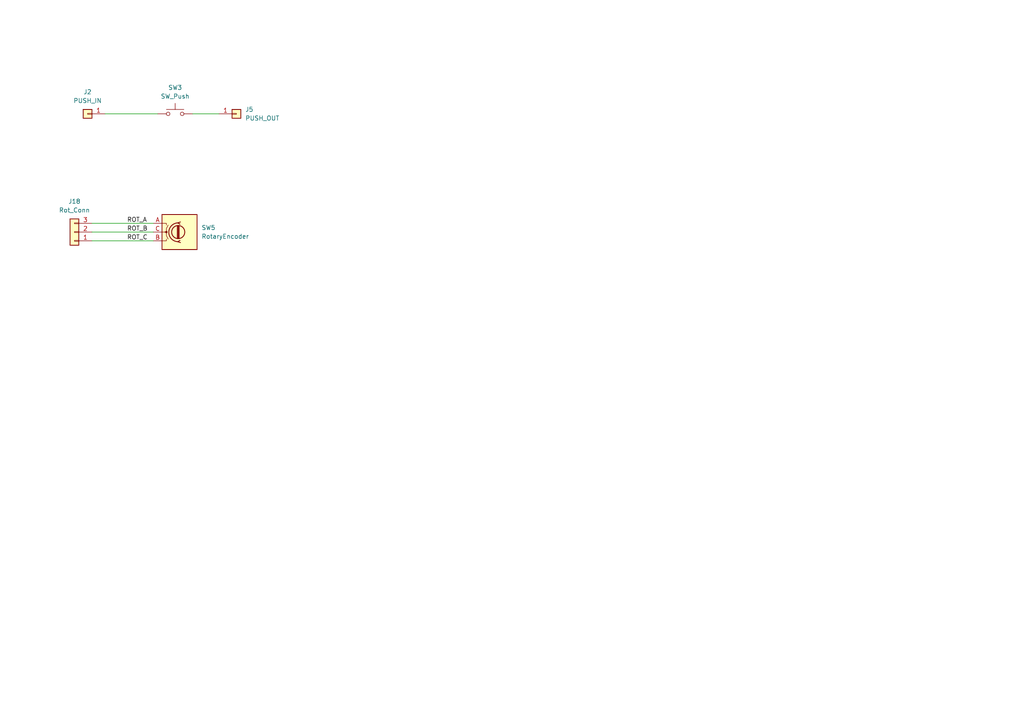
<source format=kicad_sch>
(kicad_sch (version 20250114) (generator "eeschema") (generator_version "9.0")
  (paper "A4")
  (lib_symbols
    (symbol "Connector_Generic:Conn_01x01" (pin_names (offset 1.016) (hide yes))
      (property "Reference" "J" (at 0 2.54 0))
      (property "Value" "Conn_01x01" (at 0 -2.54 0))
      (symbol "Conn_01x01_1_1"
        (rectangle (start -1.27 1.27) (end 1.27 -1.27) (stroke (width 0.254)) (fill (type background)))
        (rectangle (start -1.27 0.127) (end 0 -0.127) (stroke (width 0.1524)))
        (pin passive line (at -5.08 0 0) (length 3.81) (name "Pin_1") (number "1"))
      )
    )
    (symbol "Connector_Generic:Conn_01x03" (pin_names (offset 1.016) (hide yes))
      (property "Reference" "J" (at 0 5.08 0))
      (property "Value" "Conn_01x03" (at 0 -5.08 0))
      (symbol "Conn_01x03_1_1"
        (rectangle (start -1.27 3.81) (end 1.27 -3.81) (stroke (width 0.254)) (fill (type background)))
        (rectangle (start -1.27 2.667) (end 0 2.413) (stroke (width 0.1524)))
        (rectangle (start -1.27 0.127) (end 0 -0.127) (stroke (width 0.1524)))
        (rectangle (start -1.27 -2.413) (end 0 -2.667) (stroke (width 0.1524)))
        (pin passive line (at -5.08 2.54 0) (length 3.81) (name "Pin_1") (number "1"))
        (pin passive line (at -5.08 0 0) (length 3.81) (name "Pin_2") (number "2"))
        (pin passive line (at -5.08 -2.54 0) (length 3.81) (name "Pin_3") (number "3"))
      )
    )
    (symbol "Device:RotaryEncoder" (pin_names (offset 0.254) (hide yes))
      (property "Reference" "SW" (at 0 6.604 0))
      (property "Value" "RotaryEncoder" (at 0 -6.604 0))
      (symbol "RotaryEncoder_0_1"
        (rectangle (start -5.08 5.08) (end 5.08 -5.08) (stroke (width 0.254)) (fill (type background)))
        (polyline (pts (xy -5.08 2.54) (xy -3.81 2.54) (xy -3.81 2.032)))
        (polyline (pts (xy -5.08 0) (xy -3.81 0) (xy -3.81 -1.016) (xy -3.302 -2.032)))
        (polyline (pts (xy -5.08 -2.54) (xy -3.81 -2.54) (xy -3.81 -2.032)))
        (polyline (pts (xy -4.318 0) (xy -3.81 0) (xy -3.81 1.016) (xy -3.302 2.032)))
        (circle (center -3.81 0) (radius 0.254) (fill (type outline)))
        (polyline (pts (xy -0.635 -1.778) (xy -0.635 1.778)) (stroke (width 0.254)))
        (circle (center -0.381 0) (radius 1.905) (stroke (width 0.254)))
        (polyline (pts (xy -0.381 -1.778) (xy -0.381 1.778)) (stroke (width 0.254)))
        (arc (start -0.381 -2.794) (mid -3.0988 -0.0635) (end -0.381 2.667) (stroke (width 0.254)))
        (polyline (pts (xy -0.127 1.778) (xy -0.127 -1.778)) (stroke (width 0.254)))
        (polyline (pts (xy 0.254 2.921) (xy -0.508 2.667) (xy 0.127 2.286)) (stroke (width 0.254)))
        (polyline (pts (xy 0.254 -3.048) (xy -0.508 -2.794) (xy 0.127 -2.413)) (stroke (width 0.254)))
      )
      (symbol "RotaryEncoder_1_1"
        (pin passive line (at -7.62 2.54 0) (length 2.54) (name "A") (number "A"))
        (pin passive line (at -7.62 0 0) (length 2.54) (name "C") (number "C"))
        (pin passive line (at -7.62 -2.54 0) (length 2.54) (name "B") (number "B"))
      )
    )
    (symbol "Switch:SW_Push" (pin_numbers (hide yes)) (pin_names (offset 1.016) (hide yes))
      (property "Reference" "SW" (at 1.27 2.54 0))
      (property "Value" "SW_Push" (at 0 -1.524 0))
      (symbol "SW_Push_0_1"
        (circle (center -2.032 0) (radius 0.508))
        (polyline (pts (xy 0 1.27) (xy 0 3.048)))
        (circle (center 2.032 0) (radius 0.508))
        (polyline (pts (xy 2.54 1.27) (xy -2.54 1.27)))
        (pin passive line (at -5.08 0 0) (length 2.54) (name "1") (number "1"))
        (pin passive line (at 5.08 0 180) (length 2.54) (name "2") (number "2"))
      )
    )
  )
  (wire (pts (xy 26.67 69.85) (xy 44.45 69.85)))
  (wire (pts (xy 30.48 33.02) (xy 45.72 33.02)))
  (wire (pts (xy 55.88 33.02) (xy 63.5 33.02)))
  (wire (pts (xy 26.67 67.31) (xy 44.45 67.31)))
  (wire (pts (xy 26.67 64.77) (xy 44.45 64.77)))
  (label "ROT_C" (at 36.83 69.85 0))
  (label "ROT_A" (at 36.83 64.77 0))
  (label "ROT_B" (at 36.83 67.31 0))
  (symbol (lib_id "Connector_Generic:Conn_01x01") (at 68.58 33.02 0) (unit 1)
    (property "Reference" "J5" (at 71.12 31.7499 0) (effects (justify left)))
    (property "Value" "PUSH_OUT" (at 71.12 34.2899 0) (effects (justify left)))
    (property "Description" "Generic connector, single row, 01x01, script generated (kicad-library-utils/schlib/autogen/connector/)" (effects (hide yes)))
  )
  (symbol (lib_id "Connector_Generic:Conn_01x03") (at 21.59 67.31 180) (unit 1)
    (property "Reference" "J18" (at 21.59 58.42 0))
    (property "Value" "Rot_Conn" (at 21.59 60.96 0))
    (property "Description" "Generic connector, single row, 01x03, script generated (kicad-library-utils/schlib/autogen/connector/)" (effects (hide yes)))
  )
  (symbol (lib_id "Connector_Generic:Conn_01x01") (at 25.4 33.02 180) (unit 1)
    (property "Reference" "J2" (at 25.4 26.67 0))
    (property "Value" "PUSH_IN" (at 25.4 29.21 0))
    (property "Description" "Generic connector, single row, 01x01, script generated (kicad-library-utils/schlib/autogen/connector/)" (effects (hide yes)))
  )
  (symbol (lib_id "Device:RotaryEncoder") (at 52.07 67.31 0) (unit 1)
    (property "Reference" "SW5" (at 58.42 66.0399 0) (effects (justify left)))
    (property "Value" "RotaryEncoder" (at 58.42 68.5799 0) (effects (justify left)))
    (property "Description" "Rotary encoder, dual channel, incremental quadrate outputs" (effects (hide yes)))
  )
  (symbol (lib_id "Switch:SW_Push") (at 50.8 33.02 0) (unit 1)
    (property "Reference" "SW3" (at 50.8 25.4 0))
    (property "Value" "SW_Push" (at 50.8 27.94 0))
    (property "Description" "Push button switch, generic, two pins" (effects (hide yes)))
  )
)
</source>
